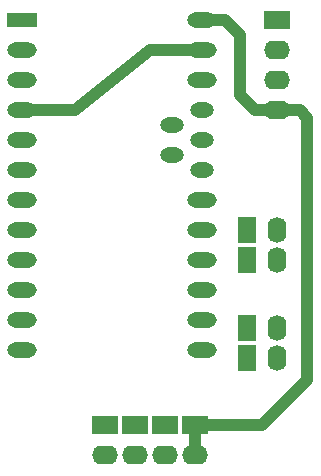
<source format=gbr>
G04 --- HEADER BEGIN --- *
%TF.GenerationSoftware,LibrePCB,LibrePCB,0.1.5*%
%TF.CreationDate,2021-05-15T07:17:11*%
%TF.ProjectId,Odometer Arduino Pro Mini - default,13410d80-bfca-4f75-a670-da1b2444d1b2,v1*%
%TF.Part,Single*%
%FSLAX66Y66*%
%MOMM*%
G01*
G74*
G04 --- HEADER END --- *
G04 --- APERTURE LIST BEGIN --- *
%ADD10O,1.587X2.19*%
%ADD11R,1.587X2.19*%
%ADD12O,2.19X1.587*%
%ADD13R,2.19X1.587*%
%ADD14O,2.5X1.3*%
%ADD15O,2.0X1.3*%
%ADD16R,2.5X1.3*%
%ADD17C,1.0*%
G04 --- APERTURE LIST END --- *
G04 --- BOARD BEGIN --- *
D10*
X26035000Y12700000D03*
D11*
X23495000Y12700000D03*
D10*
X26035000Y18415000D03*
D11*
X23495000Y18415000D03*
D12*
X26035000Y31115000D03*
D13*
X26035000Y38735000D03*
D12*
X26035000Y33655000D03*
X26035000Y36195000D03*
X13970000Y1905000D03*
D13*
X13970000Y4445000D03*
D14*
X4445000Y13335000D03*
D15*
X19685000Y31115000D03*
D14*
X19685000Y23495000D03*
D16*
X4445000Y38735000D03*
D14*
X19685000Y36195000D03*
X19685000Y33655000D03*
X4445000Y20955000D03*
X4445000Y26035000D03*
X4445000Y33655000D03*
X4445000Y28575000D03*
X19685000Y18415000D03*
D15*
X19685000Y26035000D03*
X17145000Y29845000D03*
X17145000Y27305000D03*
D14*
X19685000Y10795000D03*
X19685000Y20955000D03*
X4445000Y15875000D03*
X4445000Y10795000D03*
X4445000Y36195000D03*
D15*
X19685000Y28575000D03*
D14*
X4445000Y18415000D03*
X4445000Y31115000D03*
X19685000Y15875000D03*
X19685000Y38735000D03*
X4445000Y23495000D03*
X19685000Y13335000D03*
D12*
X19050000Y1905000D03*
D13*
X19050000Y4445000D03*
D10*
X26035000Y10160000D03*
D11*
X23495000Y10160000D03*
D12*
X16510000Y1905000D03*
D13*
X16510000Y4445000D03*
D12*
X11430000Y1905000D03*
D13*
X11430000Y4445000D03*
D10*
X26035000Y20955000D03*
D11*
X23495000Y20955000D03*
D17*
X28575000Y8255000D02*
X24765000Y4445000D01*
X24130000Y31115000D02*
X26035000Y31115000D01*
X28575000Y30480000D02*
X28575000Y8255000D01*
X21590000Y38735000D02*
X22860000Y37465000D01*
X22860000Y32385000D02*
X24130000Y31115000D01*
X22860000Y37465000D02*
X22860000Y32385000D01*
X21590000Y38735000D02*
X19685000Y38735000D01*
X19050000Y1905000D02*
X19050000Y4445000D01*
X27940000Y31115000D02*
X28575000Y30480000D01*
X24765000Y4445000D02*
X19050000Y4445000D01*
X27940000Y31115000D02*
X26035000Y31115000D01*
X8890000Y31115000D02*
X4445000Y31115000D01*
X19685000Y36195000D02*
X15240000Y36195000D01*
X15240000Y36195000D02*
X8890000Y31115000D01*
G04 --- BOARD END --- *
%TF.MD5,2f47e15b97ac62ca567d9774f2e677b7*%
M02*

</source>
